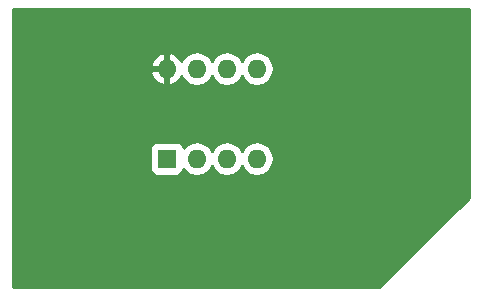
<source format=gbr>
%TF.GenerationSoftware,KiCad,Pcbnew,4.0.6*%
%TF.CreationDate,2017-08-22T22:22:21+02:00*%
%TF.ProjectId,ChipS,43686970532E6B696361645F70636200,rev?*%
%TF.FileFunction,Copper,L2,Bot,Signal*%
%FSLAX46Y46*%
G04 Gerber Fmt 4.6, Leading zero omitted, Abs format (unit mm)*
G04 Created by KiCad (PCBNEW 4.0.6) date 08/22/17 22:22:21*
%MOMM*%
%LPD*%
G01*
G04 APERTURE LIST*
%ADD10C,0.100000*%
%ADD11R,1.600000X1.600000*%
%ADD12O,1.600000X1.600000*%
%ADD13C,0.250000*%
G04 APERTURE END LIST*
D10*
D11*
X89716000Y-72392200D03*
D12*
X97336000Y-64772200D03*
X92256000Y-72392200D03*
X94796000Y-64772200D03*
X94796000Y-72392200D03*
X92256000Y-64772200D03*
X97336000Y-72392200D03*
X89716000Y-64772200D03*
D13*
G36*
X115300000Y-75710051D02*
X107710050Y-83300000D01*
X76700000Y-83300000D01*
X76700000Y-71592200D01*
X88278756Y-71592200D01*
X88278756Y-73192200D01*
X88322337Y-73423811D01*
X88459219Y-73636532D01*
X88668076Y-73779238D01*
X88916000Y-73829444D01*
X90516000Y-73829444D01*
X90747611Y-73785863D01*
X90960332Y-73648981D01*
X91103038Y-73440124D01*
X91138764Y-73263703D01*
X91248373Y-73427744D01*
X91710676Y-73736645D01*
X92256000Y-73845117D01*
X92801324Y-73736645D01*
X93263627Y-73427744D01*
X93526000Y-73035075D01*
X93788373Y-73427744D01*
X94250676Y-73736645D01*
X94796000Y-73845117D01*
X95341324Y-73736645D01*
X95803627Y-73427744D01*
X96066000Y-73035075D01*
X96328373Y-73427744D01*
X96790676Y-73736645D01*
X97336000Y-73845117D01*
X97881324Y-73736645D01*
X98343627Y-73427744D01*
X98652528Y-72965441D01*
X98761000Y-72420117D01*
X98761000Y-72364283D01*
X98652528Y-71818959D01*
X98343627Y-71356656D01*
X97881324Y-71047755D01*
X97336000Y-70939283D01*
X96790676Y-71047755D01*
X96328373Y-71356656D01*
X96066000Y-71749325D01*
X95803627Y-71356656D01*
X95341324Y-71047755D01*
X94796000Y-70939283D01*
X94250676Y-71047755D01*
X93788373Y-71356656D01*
X93526000Y-71749325D01*
X93263627Y-71356656D01*
X92801324Y-71047755D01*
X92256000Y-70939283D01*
X91710676Y-71047755D01*
X91248373Y-71356656D01*
X91139564Y-71519500D01*
X91109663Y-71360589D01*
X90972781Y-71147868D01*
X90763924Y-71005162D01*
X90516000Y-70954956D01*
X88916000Y-70954956D01*
X88684389Y-70998537D01*
X88471668Y-71135419D01*
X88328962Y-71344276D01*
X88278756Y-71592200D01*
X76700000Y-71592200D01*
X76700000Y-65117722D01*
X88333514Y-65117722D01*
X88570975Y-65620475D01*
X88982756Y-65994086D01*
X89370479Y-66154676D01*
X89591000Y-66034777D01*
X89591000Y-64897200D01*
X88452733Y-64897200D01*
X88333514Y-65117722D01*
X76700000Y-65117722D01*
X76700000Y-64426678D01*
X88333514Y-64426678D01*
X88452733Y-64647200D01*
X89591000Y-64647200D01*
X89591000Y-63509623D01*
X89841000Y-63509623D01*
X89841000Y-64647200D01*
X89861000Y-64647200D01*
X89861000Y-64897200D01*
X89841000Y-64897200D01*
X89841000Y-66034777D01*
X90061521Y-66154676D01*
X90449244Y-65994086D01*
X90861025Y-65620475D01*
X90969619Y-65390559D01*
X91248373Y-65807744D01*
X91710676Y-66116645D01*
X92256000Y-66225117D01*
X92801324Y-66116645D01*
X93263627Y-65807744D01*
X93526000Y-65415075D01*
X93788373Y-65807744D01*
X94250676Y-66116645D01*
X94796000Y-66225117D01*
X95341324Y-66116645D01*
X95803627Y-65807744D01*
X96066000Y-65415075D01*
X96328373Y-65807744D01*
X96790676Y-66116645D01*
X97336000Y-66225117D01*
X97881324Y-66116645D01*
X98343627Y-65807744D01*
X98652528Y-65345441D01*
X98761000Y-64800117D01*
X98761000Y-64744283D01*
X98652528Y-64198959D01*
X98343627Y-63736656D01*
X97881324Y-63427755D01*
X97336000Y-63319283D01*
X96790676Y-63427755D01*
X96328373Y-63736656D01*
X96066000Y-64129325D01*
X95803627Y-63736656D01*
X95341324Y-63427755D01*
X94796000Y-63319283D01*
X94250676Y-63427755D01*
X93788373Y-63736656D01*
X93526000Y-64129325D01*
X93263627Y-63736656D01*
X92801324Y-63427755D01*
X92256000Y-63319283D01*
X91710676Y-63427755D01*
X91248373Y-63736656D01*
X90969619Y-64153841D01*
X90861025Y-63923925D01*
X90449244Y-63550314D01*
X90061521Y-63389724D01*
X89841000Y-63509623D01*
X89591000Y-63509623D01*
X89370479Y-63389724D01*
X88982756Y-63550314D01*
X88570975Y-63923925D01*
X88333514Y-64426678D01*
X76700000Y-64426678D01*
X76700000Y-59700000D01*
X115300000Y-59700000D01*
X115300000Y-75710051D01*
X115300000Y-75710051D01*
G37*
X115300000Y-75710051D02*
X107710050Y-83300000D01*
X76700000Y-83300000D01*
X76700000Y-71592200D01*
X88278756Y-71592200D01*
X88278756Y-73192200D01*
X88322337Y-73423811D01*
X88459219Y-73636532D01*
X88668076Y-73779238D01*
X88916000Y-73829444D01*
X90516000Y-73829444D01*
X90747611Y-73785863D01*
X90960332Y-73648981D01*
X91103038Y-73440124D01*
X91138764Y-73263703D01*
X91248373Y-73427744D01*
X91710676Y-73736645D01*
X92256000Y-73845117D01*
X92801324Y-73736645D01*
X93263627Y-73427744D01*
X93526000Y-73035075D01*
X93788373Y-73427744D01*
X94250676Y-73736645D01*
X94796000Y-73845117D01*
X95341324Y-73736645D01*
X95803627Y-73427744D01*
X96066000Y-73035075D01*
X96328373Y-73427744D01*
X96790676Y-73736645D01*
X97336000Y-73845117D01*
X97881324Y-73736645D01*
X98343627Y-73427744D01*
X98652528Y-72965441D01*
X98761000Y-72420117D01*
X98761000Y-72364283D01*
X98652528Y-71818959D01*
X98343627Y-71356656D01*
X97881324Y-71047755D01*
X97336000Y-70939283D01*
X96790676Y-71047755D01*
X96328373Y-71356656D01*
X96066000Y-71749325D01*
X95803627Y-71356656D01*
X95341324Y-71047755D01*
X94796000Y-70939283D01*
X94250676Y-71047755D01*
X93788373Y-71356656D01*
X93526000Y-71749325D01*
X93263627Y-71356656D01*
X92801324Y-71047755D01*
X92256000Y-70939283D01*
X91710676Y-71047755D01*
X91248373Y-71356656D01*
X91139564Y-71519500D01*
X91109663Y-71360589D01*
X90972781Y-71147868D01*
X90763924Y-71005162D01*
X90516000Y-70954956D01*
X88916000Y-70954956D01*
X88684389Y-70998537D01*
X88471668Y-71135419D01*
X88328962Y-71344276D01*
X88278756Y-71592200D01*
X76700000Y-71592200D01*
X76700000Y-65117722D01*
X88333514Y-65117722D01*
X88570975Y-65620475D01*
X88982756Y-65994086D01*
X89370479Y-66154676D01*
X89591000Y-66034777D01*
X89591000Y-64897200D01*
X88452733Y-64897200D01*
X88333514Y-65117722D01*
X76700000Y-65117722D01*
X76700000Y-64426678D01*
X88333514Y-64426678D01*
X88452733Y-64647200D01*
X89591000Y-64647200D01*
X89591000Y-63509623D01*
X89841000Y-63509623D01*
X89841000Y-64647200D01*
X89861000Y-64647200D01*
X89861000Y-64897200D01*
X89841000Y-64897200D01*
X89841000Y-66034777D01*
X90061521Y-66154676D01*
X90449244Y-65994086D01*
X90861025Y-65620475D01*
X90969619Y-65390559D01*
X91248373Y-65807744D01*
X91710676Y-66116645D01*
X92256000Y-66225117D01*
X92801324Y-66116645D01*
X93263627Y-65807744D01*
X93526000Y-65415075D01*
X93788373Y-65807744D01*
X94250676Y-66116645D01*
X94796000Y-66225117D01*
X95341324Y-66116645D01*
X95803627Y-65807744D01*
X96066000Y-65415075D01*
X96328373Y-65807744D01*
X96790676Y-66116645D01*
X97336000Y-66225117D01*
X97881324Y-66116645D01*
X98343627Y-65807744D01*
X98652528Y-65345441D01*
X98761000Y-64800117D01*
X98761000Y-64744283D01*
X98652528Y-64198959D01*
X98343627Y-63736656D01*
X97881324Y-63427755D01*
X97336000Y-63319283D01*
X96790676Y-63427755D01*
X96328373Y-63736656D01*
X96066000Y-64129325D01*
X95803627Y-63736656D01*
X95341324Y-63427755D01*
X94796000Y-63319283D01*
X94250676Y-63427755D01*
X93788373Y-63736656D01*
X93526000Y-64129325D01*
X93263627Y-63736656D01*
X92801324Y-63427755D01*
X92256000Y-63319283D01*
X91710676Y-63427755D01*
X91248373Y-63736656D01*
X90969619Y-64153841D01*
X90861025Y-63923925D01*
X90449244Y-63550314D01*
X90061521Y-63389724D01*
X89841000Y-63509623D01*
X89591000Y-63509623D01*
X89370479Y-63389724D01*
X88982756Y-63550314D01*
X88570975Y-63923925D01*
X88333514Y-64426678D01*
X76700000Y-64426678D01*
X76700000Y-59700000D01*
X115300000Y-59700000D01*
X115300000Y-75710051D01*
M02*

</source>
